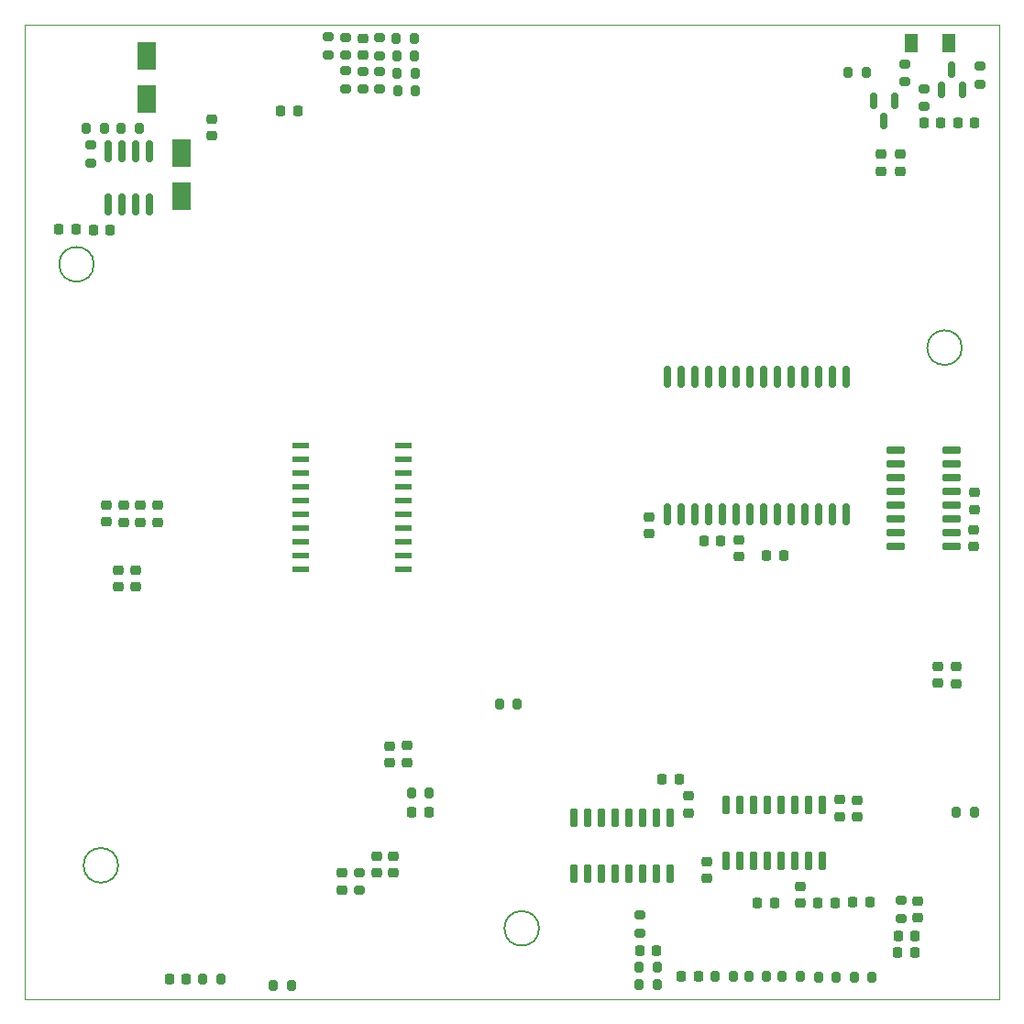
<source format=gbp>
%TF.GenerationSoftware,KiCad,Pcbnew,8.0.7-1.fc39*%
%TF.CreationDate,2025-01-27T15:10:01+03:00*%
%TF.ProjectId,rev.1_f,7265762e-315f-4662-9e6b-696361645f70,rev?*%
%TF.SameCoordinates,Original*%
%TF.FileFunction,Paste,Bot*%
%TF.FilePolarity,Positive*%
%FSLAX46Y46*%
G04 Gerber Fmt 4.6, Leading zero omitted, Abs format (unit mm)*
G04 Created by KiCad (PCBNEW 8.0.7-1.fc39) date 2025-01-27 15:10:01*
%MOMM*%
%LPD*%
G01*
G04 APERTURE LIST*
G04 Aperture macros list*
%AMRoundRect*
0 Rectangle with rounded corners*
0 $1 Rounding radius*
0 $2 $3 $4 $5 $6 $7 $8 $9 X,Y pos of 4 corners*
0 Add a 4 corners polygon primitive as box body*
4,1,4,$2,$3,$4,$5,$6,$7,$8,$9,$2,$3,0*
0 Add four circle primitives for the rounded corners*
1,1,$1+$1,$2,$3*
1,1,$1+$1,$4,$5*
1,1,$1+$1,$6,$7*
1,1,$1+$1,$8,$9*
0 Add four rect primitives between the rounded corners*
20,1,$1+$1,$2,$3,$4,$5,0*
20,1,$1+$1,$4,$5,$6,$7,0*
20,1,$1+$1,$6,$7,$8,$9,0*
20,1,$1+$1,$8,$9,$2,$3,0*%
G04 Aperture macros list end*
%ADD10RoundRect,0.200000X-0.275000X0.200000X-0.275000X-0.200000X0.275000X-0.200000X0.275000X0.200000X0*%
%ADD11RoundRect,0.225000X0.250000X-0.225000X0.250000X0.225000X-0.250000X0.225000X-0.250000X-0.225000X0*%
%ADD12RoundRect,0.225000X-0.250000X0.225000X-0.250000X-0.225000X0.250000X-0.225000X0.250000X0.225000X0*%
%ADD13RoundRect,0.225000X0.225000X0.250000X-0.225000X0.250000X-0.225000X-0.250000X0.225000X-0.250000X0*%
%ADD14RoundRect,0.218750X0.256250X-0.218750X0.256250X0.218750X-0.256250X0.218750X-0.256250X-0.218750X0*%
%ADD15RoundRect,0.218750X0.218750X0.256250X-0.218750X0.256250X-0.218750X-0.256250X0.218750X-0.256250X0*%
%ADD16RoundRect,0.200000X0.200000X0.275000X-0.200000X0.275000X-0.200000X-0.275000X0.200000X-0.275000X0*%
%ADD17RoundRect,0.218750X-0.256250X0.218750X-0.256250X-0.218750X0.256250X-0.218750X0.256250X0.218750X0*%
%ADD18RoundRect,0.150000X0.150000X-0.725000X0.150000X0.725000X-0.150000X0.725000X-0.150000X-0.725000X0*%
%ADD19RoundRect,0.200000X0.275000X-0.200000X0.275000X0.200000X-0.275000X0.200000X-0.275000X-0.200000X0*%
%ADD20RoundRect,0.200000X-0.200000X-0.275000X0.200000X-0.275000X0.200000X0.275000X-0.200000X0.275000X0*%
%ADD21RoundRect,0.218750X-0.218750X-0.256250X0.218750X-0.256250X0.218750X0.256250X-0.218750X0.256250X0*%
%ADD22RoundRect,0.150000X-0.725000X-0.150000X0.725000X-0.150000X0.725000X0.150000X-0.725000X0.150000X0*%
%ADD23RoundRect,0.150000X0.150000X-0.825000X0.150000X0.825000X-0.150000X0.825000X-0.150000X-0.825000X0*%
%ADD24RoundRect,0.225000X-0.225000X-0.250000X0.225000X-0.250000X0.225000X0.250000X-0.225000X0.250000X0*%
%ADD25R,1.800000X2.500000*%
%ADD26R,1.300000X1.700000*%
%ADD27RoundRect,0.150000X0.150000X-0.587500X0.150000X0.587500X-0.150000X0.587500X-0.150000X-0.587500X0*%
%ADD28R,1.500000X0.600000*%
%ADD29RoundRect,0.150000X-0.150000X0.875000X-0.150000X-0.875000X0.150000X-0.875000X0.150000X0.875000X0*%
%ADD30RoundRect,0.150000X-0.150000X0.587500X-0.150000X-0.587500X0.150000X-0.587500X0.150000X0.587500X0*%
%TA.AperFunction,Profile*%
%ADD31C,0.200000*%
%TD*%
%TA.AperFunction,Profile*%
%ADD32C,0.100000*%
%TD*%
G04 APERTURE END LIST*
D10*
%TO.C,R36*%
X161945000Y-136385000D03*
X161945000Y-138035000D03*
%TD*%
D11*
%TO.C,C6*%
X192765000Y-102325000D03*
X192765000Y-100775000D03*
%TD*%
D12*
%TO.C,C4*%
X138815000Y-120740000D03*
X138815000Y-122290000D03*
%TD*%
D13*
%TO.C,C39*%
X167330000Y-142060000D03*
X165780000Y-142060000D03*
%TD*%
D14*
%TO.C,L7*%
X112685000Y-100077500D03*
X112685000Y-98502500D03*
%TD*%
D12*
%TO.C,C12*%
X162800000Y-99625000D03*
X162800000Y-101175000D03*
%TD*%
D15*
%TO.C,L16*%
X187334500Y-139865000D03*
X185759500Y-139865000D03*
%TD*%
D10*
%TO.C,R19*%
X136345000Y-58435000D03*
X136345000Y-60085000D03*
%TD*%
D16*
%TO.C,R30*%
X183350000Y-142110000D03*
X181700000Y-142110000D03*
%TD*%
D17*
%TO.C,L11*%
X137590000Y-130922500D03*
X137590000Y-132497500D03*
%TD*%
D13*
%TO.C,C21*%
X120050000Y-142260000D03*
X118500000Y-142260000D03*
%TD*%
D18*
%TO.C,DD8*%
X164710000Y-132560000D03*
X163440000Y-132560000D03*
X162170000Y-132560000D03*
X160900000Y-132560000D03*
X159630000Y-132560000D03*
X158360000Y-132560000D03*
X157090000Y-132560000D03*
X155820000Y-132560000D03*
X155820000Y-127410000D03*
X157090000Y-127410000D03*
X158360000Y-127410000D03*
X159630000Y-127410000D03*
X160900000Y-127410000D03*
X162170000Y-127410000D03*
X163440000Y-127410000D03*
X164710000Y-127410000D03*
%TD*%
D10*
%TO.C,R22*%
X133175000Y-55265000D03*
X133175000Y-56915000D03*
%TD*%
D17*
%TO.C,L10*%
X113775000Y-104505000D03*
X113775000Y-106080000D03*
%TD*%
D13*
%TO.C,C1*%
X142430000Y-126870000D03*
X140880000Y-126870000D03*
%TD*%
D19*
%TO.C,R32*%
X186395000Y-59400000D03*
X186395000Y-57750000D03*
%TD*%
D20*
%TO.C,R3*%
X114030000Y-63710000D03*
X115680000Y-63710000D03*
%TD*%
D21*
%TO.C,L14*%
X188147500Y-63200000D03*
X189722500Y-63200000D03*
%TD*%
D12*
%TO.C,C17*%
X181995000Y-125745000D03*
X181995000Y-127295000D03*
%TD*%
D19*
%TO.C,R5*%
X111195000Y-66915000D03*
X111195000Y-65265000D03*
%TD*%
D22*
%TO.C,DD4*%
X185570000Y-102355000D03*
X185570000Y-101085000D03*
X185570000Y-99815000D03*
X185570000Y-98545000D03*
X185570000Y-97275000D03*
X185570000Y-96005000D03*
X185570000Y-94735000D03*
X185570000Y-93465000D03*
X190720000Y-93465000D03*
X190720000Y-94735000D03*
X190720000Y-96005000D03*
X190720000Y-97275000D03*
X190720000Y-98545000D03*
X190720000Y-99815000D03*
X190720000Y-101085000D03*
X190720000Y-102355000D03*
%TD*%
D16*
%TO.C,R40*%
X163530000Y-142760000D03*
X161880000Y-142760000D03*
%TD*%
D12*
%TO.C,C16*%
X117355000Y-98535000D03*
X117355000Y-100085000D03*
%TD*%
D23*
%TO.C,DA1*%
X116670000Y-70765000D03*
X115400000Y-70765000D03*
X114130000Y-70765000D03*
X112860000Y-70765000D03*
X112860000Y-65815000D03*
X114130000Y-65815000D03*
X115400000Y-65815000D03*
X116670000Y-65815000D03*
%TD*%
D13*
%TO.C,C7*%
X113015000Y-73070000D03*
X111465000Y-73070000D03*
%TD*%
D12*
%TO.C,C15*%
X115785000Y-98535000D03*
X115785000Y-100085000D03*
%TD*%
D11*
%TO.C,C22*%
X139170000Y-132485000D03*
X139170000Y-130935000D03*
%TD*%
D18*
%TO.C,DD7*%
X178740000Y-131335000D03*
X177470000Y-131335000D03*
X176200000Y-131335000D03*
X174930000Y-131335000D03*
X173660000Y-131335000D03*
X172390000Y-131335000D03*
X171120000Y-131335000D03*
X169850000Y-131335000D03*
X169850000Y-126185000D03*
X171120000Y-126185000D03*
X172390000Y-126185000D03*
X173660000Y-126185000D03*
X174930000Y-126185000D03*
X176200000Y-126185000D03*
X177470000Y-126185000D03*
X178740000Y-126185000D03*
%TD*%
D16*
%TO.C,R26*%
X141150000Y-58610000D03*
X139500000Y-58610000D03*
%TD*%
D20*
%TO.C,R8*%
X121550000Y-142260000D03*
X123200000Y-142260000D03*
%TD*%
D10*
%TO.C,R20*%
X134745000Y-55295000D03*
X134745000Y-56945000D03*
%TD*%
D12*
%TO.C,C2*%
X122385000Y-62865000D03*
X122385000Y-64415000D03*
%TD*%
D24*
%TO.C,C10*%
X108290000Y-73060000D03*
X109840000Y-73060000D03*
%TD*%
D16*
%TO.C,R12*%
X150600000Y-116880000D03*
X148950000Y-116880000D03*
%TD*%
D13*
%TO.C,C35*%
X163460000Y-139680000D03*
X161910000Y-139680000D03*
%TD*%
D14*
%TO.C,L8*%
X180385000Y-127297500D03*
X180385000Y-125722500D03*
%TD*%
D16*
%TO.C,R6*%
X192810000Y-126850000D03*
X191160000Y-126850000D03*
%TD*%
D17*
%TO.C,L12*%
X191145000Y-113435000D03*
X191145000Y-115010000D03*
%TD*%
D25*
%TO.C,D2*%
X119565000Y-70000000D03*
X119565000Y-66000000D03*
%TD*%
D20*
%TO.C,R43*%
X181180000Y-58510000D03*
X182830000Y-58510000D03*
%TD*%
D10*
%TO.C,R24*%
X137915000Y-55335000D03*
X137915000Y-56985000D03*
%TD*%
D15*
%TO.C,L6*%
X175187500Y-103200000D03*
X173612500Y-103200000D03*
%TD*%
D19*
%TO.C,R31*%
X193345000Y-59625000D03*
X193345000Y-57975000D03*
%TD*%
D11*
%TO.C,C19*%
X115355000Y-106075000D03*
X115355000Y-104525000D03*
%TD*%
D26*
%TO.C,D4*%
X186975000Y-55800000D03*
X190475000Y-55800000D03*
%TD*%
D16*
%TO.C,R44*%
X170525000Y-142060000D03*
X168875000Y-142060000D03*
%TD*%
D24*
%TO.C,C29*%
X178380000Y-135230000D03*
X179930000Y-135230000D03*
%TD*%
D20*
%TO.C,R29*%
X178400000Y-142090000D03*
X180050000Y-142090000D03*
%TD*%
D16*
%TO.C,R28*%
X141190000Y-60250000D03*
X139540000Y-60250000D03*
%TD*%
D25*
%TO.C,D1*%
X116415000Y-61010000D03*
X116415000Y-57010000D03*
%TD*%
D24*
%TO.C,C42*%
X191290000Y-63170000D03*
X192840000Y-63170000D03*
%TD*%
D27*
%TO.C,Q2*%
X191695000Y-60177500D03*
X189795000Y-60177500D03*
X190745000Y-58302500D03*
%TD*%
D16*
%TO.C,R4*%
X112480000Y-63690000D03*
X110830000Y-63690000D03*
%TD*%
D11*
%TO.C,C5*%
X185973000Y-67675000D03*
X185973000Y-66125000D03*
%TD*%
D10*
%TO.C,R21*%
X134755000Y-58415000D03*
X134755000Y-60065000D03*
%TD*%
D11*
%TO.C,C26*%
X136345000Y-56925000D03*
X136345000Y-55375000D03*
%TD*%
D12*
%TO.C,C14*%
X114265000Y-98535000D03*
X114265000Y-100085000D03*
%TD*%
D16*
%TO.C,R27*%
X141090000Y-55450000D03*
X139440000Y-55450000D03*
%TD*%
D21*
%TO.C,L13*%
X128767500Y-62080000D03*
X130342500Y-62080000D03*
%TD*%
D19*
%TO.C,R7*%
X135990000Y-134085000D03*
X135990000Y-132435000D03*
%TD*%
D28*
%TO.C,DD3*%
X130595000Y-104405000D03*
X130595000Y-103135000D03*
X130595000Y-101865000D03*
X130595000Y-100595000D03*
X130595000Y-99325000D03*
X130595000Y-98055000D03*
X130595000Y-96785000D03*
X130595000Y-95515000D03*
X130595000Y-94245000D03*
X130595000Y-92975000D03*
X140095000Y-92975000D03*
X140095000Y-94245000D03*
X140095000Y-95515000D03*
X140095000Y-96785000D03*
X140095000Y-98055000D03*
X140095000Y-99325000D03*
X140095000Y-100595000D03*
X140095000Y-101865000D03*
X140095000Y-103135000D03*
X140095000Y-104405000D03*
%TD*%
D16*
%TO.C,R42*%
X176715000Y-142070000D03*
X175065000Y-142070000D03*
%TD*%
D19*
%TO.C,R41*%
X188175000Y-61705000D03*
X188175000Y-60055000D03*
%TD*%
D24*
%TO.C,C38*%
X172790000Y-135270000D03*
X174340000Y-135270000D03*
%TD*%
D16*
%TO.C,R39*%
X173630000Y-142070000D03*
X171980000Y-142070000D03*
%TD*%
D11*
%TO.C,C20*%
X134400000Y-134050000D03*
X134400000Y-132500000D03*
%TD*%
D12*
%TO.C,C33*%
X187563000Y-135089000D03*
X187563000Y-136639000D03*
%TD*%
D16*
%TO.C,R1*%
X142480000Y-125092000D03*
X140830000Y-125092000D03*
%TD*%
D17*
%TO.C,L2*%
X184195000Y-66112500D03*
X184195000Y-67687500D03*
%TD*%
D16*
%TO.C,R38*%
X163530000Y-141220000D03*
X161880000Y-141220000D03*
%TD*%
D29*
%TO.C,DD5*%
X164480000Y-86620000D03*
X165750000Y-86620000D03*
X167020000Y-86620000D03*
X168290000Y-86620000D03*
X169560000Y-86620000D03*
X170830000Y-86620000D03*
X172100000Y-86620000D03*
X173370000Y-86620000D03*
X174640000Y-86620000D03*
X175910000Y-86620000D03*
X177180000Y-86620000D03*
X178450000Y-86620000D03*
X179720000Y-86620000D03*
X180990000Y-86620000D03*
X180990000Y-99320000D03*
X179720000Y-99320000D03*
X178450000Y-99320000D03*
X177180000Y-99320000D03*
X175910000Y-99320000D03*
X174640000Y-99320000D03*
X173370000Y-99320000D03*
X172100000Y-99320000D03*
X170830000Y-99320000D03*
X169560000Y-99320000D03*
X168290000Y-99320000D03*
X167020000Y-99320000D03*
X165750000Y-99320000D03*
X164480000Y-99320000D03*
%TD*%
D10*
%TO.C,R33*%
X186039000Y-135039000D03*
X186039000Y-136689000D03*
%TD*%
D12*
%TO.C,C18*%
X166385000Y-125375000D03*
X166385000Y-126925000D03*
%TD*%
D14*
%TO.C,L1*%
X140405000Y-122277500D03*
X140405000Y-120702500D03*
%TD*%
D11*
%TO.C,C34*%
X168135000Y-133010000D03*
X168135000Y-131460000D03*
%TD*%
D21*
%TO.C,L9*%
X163977500Y-123850000D03*
X165552500Y-123850000D03*
%TD*%
D24*
%TO.C,C44*%
X185772000Y-138341000D03*
X187322000Y-138341000D03*
%TD*%
D17*
%TO.C,L3*%
X192795000Y-97330000D03*
X192795000Y-98905000D03*
%TD*%
D24*
%TO.C,C32*%
X181600000Y-135210000D03*
X183150000Y-135210000D03*
%TD*%
D12*
%TO.C,C11*%
X171100000Y-101725000D03*
X171100000Y-103275000D03*
%TD*%
D20*
%TO.C,R11*%
X128075000Y-142850000D03*
X129725000Y-142850000D03*
%TD*%
D10*
%TO.C,R23*%
X137925000Y-58430000D03*
X137925000Y-60080000D03*
%TD*%
D30*
%TO.C,Q1*%
X183535000Y-61152500D03*
X185435000Y-61152500D03*
X184485000Y-63027500D03*
%TD*%
D16*
%TO.C,R25*%
X141130000Y-57060000D03*
X139480000Y-57060000D03*
%TD*%
D11*
%TO.C,C40*%
X176755000Y-135280000D03*
X176755000Y-133730000D03*
%TD*%
D13*
%TO.C,C13*%
X169375000Y-101800000D03*
X167825000Y-101800000D03*
%TD*%
D11*
%TO.C,C25*%
X189475000Y-114975000D03*
X189475000Y-113425000D03*
%TD*%
D31*
X191665000Y-83970000D02*
G75*
G02*
X188465000Y-83970000I-1600000J0D01*
G01*
X188465000Y-83970000D02*
G75*
G02*
X191665000Y-83970000I1600000J0D01*
G01*
X113745000Y-131780000D02*
G75*
G02*
X110545000Y-131780000I-1600000J0D01*
G01*
X110545000Y-131780000D02*
G75*
G02*
X113745000Y-131780000I1600000J0D01*
G01*
D32*
X195135000Y-54130000D02*
X195135000Y-144130000D01*
D31*
X111495000Y-76270000D02*
G75*
G02*
X108295000Y-76270000I-1600000J0D01*
G01*
X108295000Y-76270000D02*
G75*
G02*
X111495000Y-76270000I1600000J0D01*
G01*
D32*
X195135000Y-54130000D02*
X105135000Y-54130000D01*
D31*
X152615000Y-137600000D02*
G75*
G02*
X149415000Y-137600000I-1600000J0D01*
G01*
X149415000Y-137600000D02*
G75*
G02*
X152615000Y-137600000I1600000J0D01*
G01*
D32*
X105135000Y-144130000D02*
X105135000Y-54130000D01*
X195135000Y-144130000D02*
X105135000Y-144130000D01*
M02*

</source>
